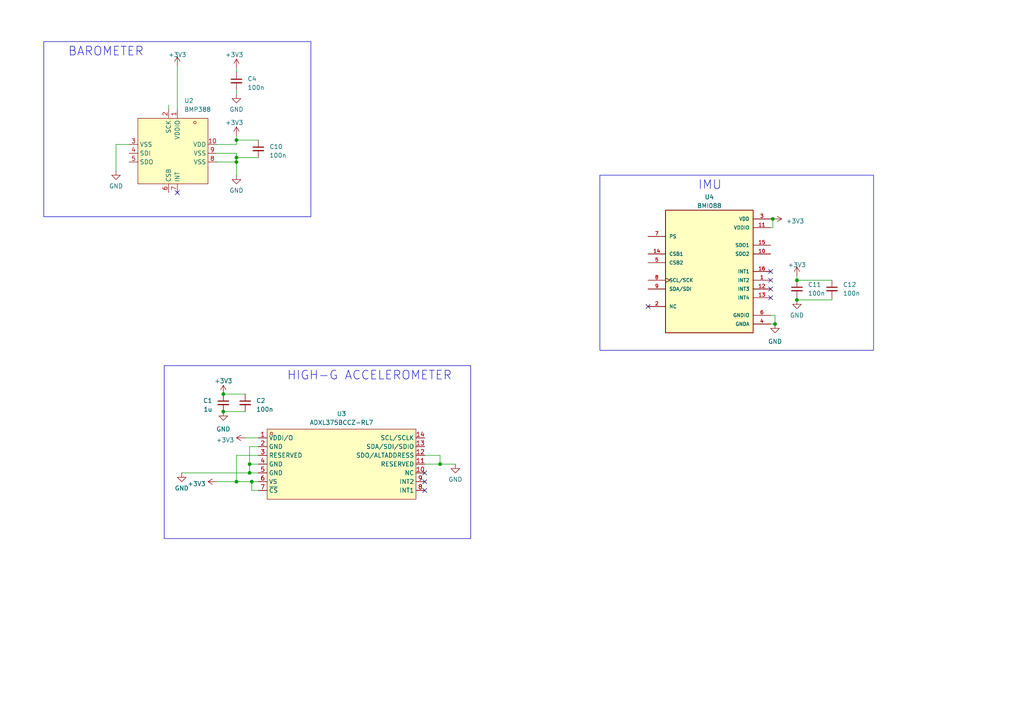
<source format=kicad_sch>
(kicad_sch (version 20231120) (generator "eeschema") (generator_version "8.0")
  (paper "A4")
  (lib_symbols
    (symbol "BMI088:BMI088" (pin_names (offset 1.016))
      (property "Reference" "U" (at -12.7 18.415 0))
      (property "Value" "BMI088" (at -12.7 -20.32 0))
      (symbol "BMI088_0_0"
        (rectangle (start -12.7 -17.78) (end 12.7 17.78) (stroke (width 0.254)) (fill (type background)))
        (pin bidirectional line (at 17.78 -2.54 180) (length 5.08) (name "INT2") (number "1"))
        (pin output line (at 17.78 5.08 180) (length 5.08) (name "SDO2") (number "10"))
        (pin power_in line (at 17.78 12.7 180) (length 5.08) (name "VDDIO") (number "11"))
        (pin bidirectional line (at 17.78 -5.08 180) (length 5.08) (name "INT3") (number "12"))
        (pin bidirectional line (at 17.78 -7.62 180) (length 5.08) (name "INT4") (number "13"))
        (pin input line (at -17.78 5.08 0) (length 5.08) (name "CSB1") (number "14"))
        (pin output line (at 17.78 7.62 180) (length 5.08) (name "SDO1") (number "15"))
        (pin bidirectional line (at 17.78 0 180) (length 5.08) (name "INT1") (number "16"))
        (pin passive line (at -17.78 -10.16 0) (length 5.08) (name "NC") (number "2"))
        (pin power_in line (at 17.78 15.24 180) (length 5.08) (name "VDD") (number "3"))
        (pin power_in line (at 17.78 -15.24 180) (length 5.08) (name "GNDA") (number "4"))
        (pin input line (at -17.78 2.54 0) (length 5.08) (name "CSB2") (number "5"))
        (pin power_in line (at 17.78 -12.7 180) (length 5.08) (name "GNDIO") (number "6"))
        (pin input line (at -17.78 10.16 0) (length 5.08) (name "PS") (number "7"))
        (pin input clock (at -17.78 -2.54 0) (length 5.08) (name "SCL/SCK") (number "8"))
        (pin bidirectional line (at -17.78 -5.08 0) (length 5.08) (name "SDA/SDI") (number "9"))
      )
    )
    (symbol "Device:C_Small" (pin_numbers hide) (pin_names (offset 0.254) hide)
      (property "Reference" "C" (at 0.254 1.778 0))
      (property "Value" "C_Small" (at 0.254 -2.032 0))
      (symbol "C_Small_0_1"
        (polyline (pts (xy -1.524 -0.508) (xy 1.524 -0.508)) (stroke (width 0.3302)))
        (polyline (pts (xy -1.524 0.508) (xy 1.524 0.508)) (stroke (width 0.3048)))
      )
      (symbol "C_Small_1_1"
        (pin passive line (at 0 2.54 270) (length 2.032) (name "~") (number "1"))
        (pin passive line (at 0 -2.54 90) (length 2.032) (name "~") (number "2"))
      )
    )
    (symbol "easyeda2kicad:ADXL375BCCZ-RL7"
      (property "Reference" "U" (at 0 12.7 0))
      (property "Value" "ADXL375BCCZ-RL7" (at 0 -12.7 0))
      (symbol "ADXL375BCCZ-RL7_0_1"
        (rectangle (start -21.59 10.16) (end 21.59 -10.16) (fill (type background)))
        (circle (center -20.32 8.89) (radius 0.38))
        (pin unspecified line (at -24.13 7.62 0) (length 2.54) (name "VDDI/O") (number "1"))
        (pin unspecified line (at 24.13 -2.54 180) (length 2.54) (name "NC") (number "10"))
        (pin unspecified line (at 24.13 0 180) (length 2.54) (name "RESERVED") (number "11"))
        (pin unspecified line (at 24.13 2.54 180) (length 2.54) (name "SDO/ALTADDRESS") (number "12"))
        (pin unspecified line (at 24.13 5.08 180) (length 2.54) (name "SDA/SDI/SDIO") (number "13"))
        (pin unspecified line (at 24.13 7.62 180) (length 2.54) (name "SCL/SCLK") (number "14"))
        (pin unspecified line (at -24.13 5.08 0) (length 2.54) (name "GND") (number "2"))
        (pin unspecified line (at -24.13 2.54 0) (length 2.54) (name "RESERVED") (number "3"))
        (pin unspecified line (at -24.13 0 0) (length 2.54) (name "GND") (number "4"))
        (pin unspecified line (at -24.13 -2.54 0) (length 2.54) (name "GND") (number "5"))
        (pin unspecified line (at -24.13 -5.08 0) (length 2.54) (name "VS") (number "6"))
        (pin unspecified line (at -24.13 -7.62 0) (length 2.54) (name "~{CS}") (number "7"))
        (pin unspecified line (at 24.13 -7.62 180) (length 2.54) (name "INT1") (number "8"))
        (pin unspecified line (at 24.13 -5.08 180) (length 2.54) (name "INT2") (number "9"))
      )
    )
    (symbol "easyeda2kicad:BMP388"
      (property "Reference" "U" (at 0 16.51 0))
      (property "Value" "BMP388" (at 0 -17.78 0))
      (symbol "BMP388_0_1"
        (rectangle (start -8.89 8.89) (end 11.43 -10.16) (fill (type background)))
        (circle (center 7.62 7.62) (radius 0.38))
        (pin unspecified line (at 2.54 11.43 270) (length 2.54) (name "VDDIO") (number "1"))
        (pin unspecified line (at 13.97 1.27 180) (length 2.54) (name "VDD") (number "10"))
        (pin unspecified line (at 0 11.43 270) (length 2.54) (name "SCK") (number "2"))
        (pin unspecified line (at -11.43 1.27 0) (length 2.54) (name "VSS") (number "3"))
        (pin unspecified line (at -11.43 -1.27 0) (length 2.54) (name "SDI") (number "4"))
        (pin unspecified line (at -11.43 -3.81 0) (length 2.54) (name "SDO") (number "5"))
        (pin unspecified line (at 0 -12.7 90) (length 2.54) (name "CSB") (number "6"))
        (pin unspecified line (at 2.54 -12.7 90) (length 2.54) (name "INT") (number "7"))
        (pin unspecified line (at 13.97 -3.81 180) (length 2.54) (name "VSS") (number "8"))
        (pin unspecified line (at 13.97 -1.27 180) (length 2.54) (name "VSS") (number "9"))
      )
    )
    (symbol "power:+3V3" (power) (pin_names (offset 0))
      (property "Value" "+3V3" (at 0 3.556 0))
      (symbol "+3V3_0_1"
        (polyline (pts (xy -0.762 1.27) (xy 0 2.54)))
        (polyline (pts (xy 0 0) (xy 0 2.54)))
        (polyline (pts (xy 0 2.54) (xy 0.762 1.27)))
      )
      (symbol "+3V3_1_1"
        (pin power_in line (at 0 0 90) (length 0) hide (name "+3V3") (number "1"))
      )
    )
    (symbol "power:GND" (power) (pin_names (offset 0))
      (property "Value" "GND" (at 0 -3.81 0))
      (symbol "GND_0_1"
        (polyline (pts (xy 0 0) (xy 0 -1.27) (xy 1.27 -1.27) (xy 0 -2.54) (xy -1.27 -1.27) (xy 0 -1.27)))
      )
      (symbol "GND_1_1"
        (pin power_in line (at 0 0 270) (length 0) hide (name "GND") (number "1"))
      )
    )
  )
  (junction (at 224.79 93.98))
  (junction (at 231.14 81.28))
  (junction (at 68.58 45.72))
  (junction (at 72.39 134.62))
  (junction (at 231.14 86.995))
  (junction (at 224.155 63.5))
  (junction (at 68.58 46.99))
  (junction (at 64.77 119.38))
  (junction (at 68.58 40.64))
  (junction (at 72.39 137.16))
  (junction (at 127.635 134.62))
  (junction (at 64.77 114.3))
  (junction (at 68.58 139.7))
  (junction (at 73.025 139.7))
  (no_connect (at 223.52 86.36))
  (no_connect (at 223.52 83.82))
  (no_connect (at 223.52 78.74))
  (no_connect (at 123.19 142.24))
  (no_connect (at 223.52 81.28))
  (no_connect (at 187.96 88.9))
  (no_connect (at 123.19 137.16))
  (no_connect (at 123.19 139.7))
  (no_connect (at 51.435 55.88))
  (wire (pts (xy 62.865 44.45) (xy 68.58 44.45)))
  (wire (pts (xy 62.865 139.7) (xy 68.58 139.7)))
  (wire (pts (xy 231.14 86.995) (xy 241.3 86.995)))
  (wire (pts (xy 68.58 44.45) (xy 68.58 45.72)))
  (wire (pts (xy 68.58 45.72) (xy 68.58 46.99)))
  (wire (pts (xy 224.79 91.44) (xy 224.79 93.98)))
  (wire (pts (xy 231.14 81.28) (xy 241.3 81.28)))
  (wire (pts (xy 73.025 142.24) (xy 73.025 139.7)))
  (wire (pts (xy 223.52 93.98) (xy 224.79 93.98)))
  (wire (pts (xy 51.435 19.05) (xy 51.435 31.75)))
  (wire (pts (xy 224.155 66.04) (xy 224.155 63.5)))
  (wire (pts (xy 68.58 20.955) (xy 68.58 19.685)))
  (wire (pts (xy 223.52 66.04) (xy 224.155 66.04)))
  (wire (pts (xy 68.58 27.305) (xy 68.58 26.035)))
  (wire (pts (xy 33.655 41.91) (xy 37.465 41.91)))
  (wire (pts (xy 68.58 40.64) (xy 68.58 41.91)))
  (wire (pts (xy 68.58 50.8) (xy 68.58 46.99)))
  (wire (pts (xy 68.58 132.08) (xy 68.58 139.7)))
  (wire (pts (xy 68.58 39.37) (xy 68.58 40.64)))
  (wire (pts (xy 223.52 63.5) (xy 224.155 63.5)))
  (wire (pts (xy 127.635 134.62) (xy 132.08 134.62)))
  (wire (pts (xy 74.93 132.08) (xy 68.58 132.08)))
  (wire (pts (xy 68.58 45.72) (xy 74.93 45.72)))
  (wire (pts (xy 71.12 127) (xy 74.93 127)))
  (wire (pts (xy 123.19 132.08) (xy 127.635 132.08)))
  (wire (pts (xy 68.58 139.7) (xy 73.025 139.7)))
  (wire (pts (xy 68.58 46.99) (xy 62.865 46.99)))
  (wire (pts (xy 73.025 139.7) (xy 74.93 139.7)))
  (wire (pts (xy 71.12 114.3) (xy 64.77 114.3)))
  (wire (pts (xy 74.93 142.24) (xy 73.025 142.24)))
  (wire (pts (xy 74.93 129.54) (xy 72.39 129.54)))
  (wire (pts (xy 71.12 119.38) (xy 64.77 119.38)))
  (wire (pts (xy 74.93 134.62) (xy 72.39 134.62)))
  (wire (pts (xy 72.39 137.16) (xy 74.93 137.16)))
  (wire (pts (xy 231.14 80.01) (xy 231.14 81.28)))
  (wire (pts (xy 123.19 134.62) (xy 127.635 134.62)))
  (wire (pts (xy 241.3 86.36) (xy 241.3 86.995)))
  (wire (pts (xy 68.58 40.64) (xy 74.93 40.64)))
  (wire (pts (xy 72.39 134.62) (xy 72.39 137.16)))
  (wire (pts (xy 52.705 137.16) (xy 72.39 137.16)))
  (wire (pts (xy 127.635 134.62) (xy 127.635 132.08)))
  (wire (pts (xy 223.52 91.44) (xy 224.79 91.44)))
  (wire (pts (xy 33.655 41.91) (xy 33.655 49.53)))
  (wire (pts (xy 72.39 129.54) (xy 72.39 134.62)))
  (wire (pts (xy 231.14 86.36) (xy 231.14 86.995)))
  (wire (pts (xy 48.895 30.48) (xy 48.895 31.75)))
  (wire (pts (xy 68.58 41.91) (xy 62.865 41.91)))
  (rectangle (start 47.625 106.045) (end 136.525 156.21))
  (rectangle (start 173.99 50.8) (end 253.365 101.6))
  (rectangle (start 12.7 12.065) (end 90.17 62.865))
  (text "HIGH-G ACCELEROMETER" (at 83.185 110.49 0) (effects (font (size 2.54 2.54)) (justify left bottom)))
  (text "BAROMETER" (at 19.685 16.51 0) (effects (font (size 2.54 2.54)) (justify left bottom)))
  (text "IMU" (at 202.424 55.2363 0) (effects (font (size 2.54 2.54)) (justify left bottom)))
  (symbol (lib_id "power:+3V3") (at 68.58 39.37 0) (unit 1)
    (property "Reference" "#PWR031" (effects (hide yes)))
    (property "Value" "+3V3" (at 67.945 35.56 0))
  )
  (symbol (lib_id "power:+3V3") (at 68.58 19.685 0) (unit 1)
    (property "Reference" "#PWR028" (effects (hide yes)))
    (property "Value" "+3V3" (at 67.945 15.875 0))
  )
  (symbol (lib_id "power:+3V3") (at 224.155 63.5 270) (unit 1)
    (property "Reference" "#PWR037" (effects (hide yes)))
    (property "Value" "+3V3" (at 227.965 64.135 90) (effects (justify left)))
  )
  (symbol (lib_id "power:GND") (at 132.08 134.62 0) (unit 1)
    (property "Reference" "#PWR035" (effects (hide yes)))
    (property "Value" "GND" (at 132.08 139.065 0))
  )
  (symbol (lib_id "power:GND") (at 33.655 49.53 0) (unit 1)
    (property "Reference" "#PWR011" (effects (hide yes)))
    (property "Value" "GND" (at 33.655 53.975 0))
  )
  (symbol (lib_id "Device:C_Small") (at 71.12 116.84 0) (unit 1)
    (property "Reference" "C2" (at 74.295 116.2113 0) (effects (justify left)))
    (property "Value" "100n" (at 74.295 118.7513 0) (effects (justify left)))
    (property "Footprint" "Capacitor_SMD:C_0402_1005Metric" (effects (hide yes)))
    (property "LCSC Part" "C1525" (effects (hide yes)))
  )
  (symbol (lib_id "power:GND") (at 231.14 86.995 0) (unit 1)
    (property "Reference" "#PWR042" (effects (hide yes)))
    (property "Value" "GND" (at 231.14 91.44 0))
  )
  (symbol (lib_id "Device:C_Small") (at 74.93 43.18 0) (unit 1)
    (property "Reference" "C10" (at 78.105 42.5513 0) (effects (justify left)))
    (property "Value" "100n" (at 78.105 45.0913 0) (effects (justify left)))
    (property "Footprint" "Capacitor_SMD:C_0402_1005Metric" (effects (hide yes)))
    (property "LCSC Part" "C1525" (effects (hide yes)))
  )
  (symbol (lib_id "BMI088:BMI088") (at 205.74 78.74 0) (unit 1)
    (property "Reference" "U4" (at 205.74 57.15 0))
    (property "Value" "BMI088" (at 205.74 59.69 0))
    (property "Footprint" "easyeda2kicad:LGA-16_L4.5-W3.0-P0.50-BL" (effects (hide yes)))
    (property "MF" "Bosch Sensortec" (effects (hide yes)))
    (property "PURCHASE-URL" "https://pricing.snapeda.com/search/part/BMI088/?ref=eda" (effects (hide yes)))
    (property "PACKAGE" "VFLGA-16 Bosch Sensortec" (effects (hide yes)))
    (property "PRICE" "None" (effects (hide yes)))
    (property "MP" "BMI088" (effects (hide yes)))
    (property "AVAILABILITY" "In Stock" (effects (hide yes)))
    (property "DESCRIPTION" "Accelerometer, Gyroscope, 6 Axis Sensor I²C, SPI Output" (effects (hide yes)))
    (property "LCSC Part" "C194919" (effects (hide yes)))
  )
  (symbol (lib_id "power:+3V3") (at 62.865 139.7 90) (unit 1)
    (property "Reference" "#PWR03" (effects (hide yes)))
    (property "Value" "+3V3" (at 59.69 140.335 90) (effects (justify left)))
  )
  (symbol (lib_id "Device:C_Small") (at 231.14 83.82 0) (unit 1)
    (property "Reference" "C11" (at 234.315 82.5563 0) (effects (justify left)))
    (property "Value" "100n" (at 234.315 85.0963 0) (effects (justify left)))
    (property "Footprint" "Capacitor_SMD:C_0402_1005Metric" (effects (hide yes)))
    (property "LCSC Part" "C1525" (effects (hide yes)))
  )
  (symbol (lib_id "Device:C_Small") (at 64.77 116.84 0) (mirror y) (unit 1)
    (property "Reference" "C1" (at 61.595 116.2113 0) (effects (justify left)))
    (property "Value" "1u" (at 61.595 118.7513 0) (effects (justify left)))
    (property "Footprint" "Capacitor_SMD:C_0402_1005Metric" (effects (hide yes)))
    (property "LCSC Part" "C52923" (effects (hide yes)))
  )
  (symbol (lib_id "power:+3V3") (at 51.435 19.05 0) (unit 1)
    (property "Reference" "#PWR026" (effects (hide yes)))
    (property "Value" "+3V3" (at 51.435 15.875 0))
  )
  (symbol (lib_id "power:GND") (at 68.58 27.305 0) (unit 1)
    (property "Reference" "#PWR029" (effects (hide yes)))
    (property "Value" "GND" (at 68.58 31.75 0))
  )
  (symbol (lib_id "easyeda2kicad:ADXL375BCCZ-RL7") (at 99.06 134.62 0) (unit 1)
    (property "Reference" "U3" (at 99.06 120.015 0))
    (property "Value" "ADXL375BCCZ-RL7" (at 99.06 122.555 0))
    (property "Footprint" "easyeda2kicad:LGA-14_L5.0-W3.0-P0.80-BL" (effects (hide yes)))
    (property "Datasheet" "https://lcsc.com/product-detail/New-Arrivals_Analog-Devices-ADI-ADXL375BCCZ-RL7_C481898.html" (effects (hide yes)))
    (property "LCSC Part" "C481898" (effects (hide yes)))
  )
  (symbol (lib_id "Device:C_Small") (at 241.3 83.82 0) (unit 1)
    (property "Reference" "C12" (at 244.475 82.5563 0) (effects (justify left)))
    (property "Value" "100n" (at 244.475 85.0963 0) (effects (justify left)))
    (property "Footprint" "Capacitor_SMD:C_0402_1005Metric" (effects (hide yes)))
    (property "LCSC Part" "C1525" (effects (hide yes)))
  )
  (symbol (lib_id "power:GND") (at 52.705 137.16 0) (unit 1)
    (property "Reference" "#PWR02" (effects (hide yes)))
    (property "Value" "GND" (at 52.705 141.605 0))
  )
  (symbol (lib_id "power:+3V3") (at 231.14 80.01 0) (unit 1)
    (property "Reference" "#PWR041" (effects (hide yes)))
    (property "Value" "+3V3" (at 231.14 76.835 0))
  )
  (symbol (lib_id "power:GND") (at 224.79 93.98 0) (unit 1)
    (property "Reference" "#PWR040" (effects (hide yes)))
    (property "Value" "GND" (at 224.79 99.06 0))
  )
  (symbol (lib_id "power:GND") (at 68.58 50.8 0) (unit 1)
    (property "Reference" "#PWR033" (effects (hide yes)))
    (property "Value" "GND" (at 68.58 55.245 0))
  )
  (symbol (lib_id "Device:C_Small") (at 68.58 23.495 0) (unit 1)
    (property "Reference" "C4" (at 71.755 22.8663 0) (effects (justify left)))
    (property "Value" "100n" (at 71.755 25.4063 0) (effects (justify left)))
    (property "Footprint" "Capacitor_SMD:C_0402_1005Metric" (effects (hide yes)))
    (property "LCSC Part" "C1525" (effects (hide yes)))
  )
  (symbol (lib_id "easyeda2kicad:BMP388") (at 48.895 43.18 0) (unit 1)
    (property "Reference" "U2" (at 53.3909 29.21 0) (effects (justify left)))
    (property "Value" "BMP388" (at 53.3909 31.75 0) (effects (justify left)))
    (property "Footprint" "easyeda2kicad:SENSORM-SMD_BMP388" (effects (hide yes)))
    (property "LCSC Part" "C779278" (effects (hide yes)))
  )
  (symbol (lib_id "power:GND") (at 64.77 119.38 0) (unit 1)
    (property "Reference" "#PWR07" (effects (hide yes)))
    (property "Value" "GND" (at 64.77 124.46 0))
  )
  (symbol (lib_id "power:+3V3") (at 71.12 127 90) (unit 1)
    (property "Reference" "#PWR012" (effects (hide yes)))
    (property "Value" "+3V3" (at 67.945 127.635 90) (effects (justify left)))
  )
  (symbol (lib_id "power:+3V3") (at 64.77 114.3 0) (unit 1)
    (property "Reference" "#PWR06" (effects (hide yes)))
    (property "Value" "+3V3" (at 64.77 110.49 0))
  )
)
</source>
